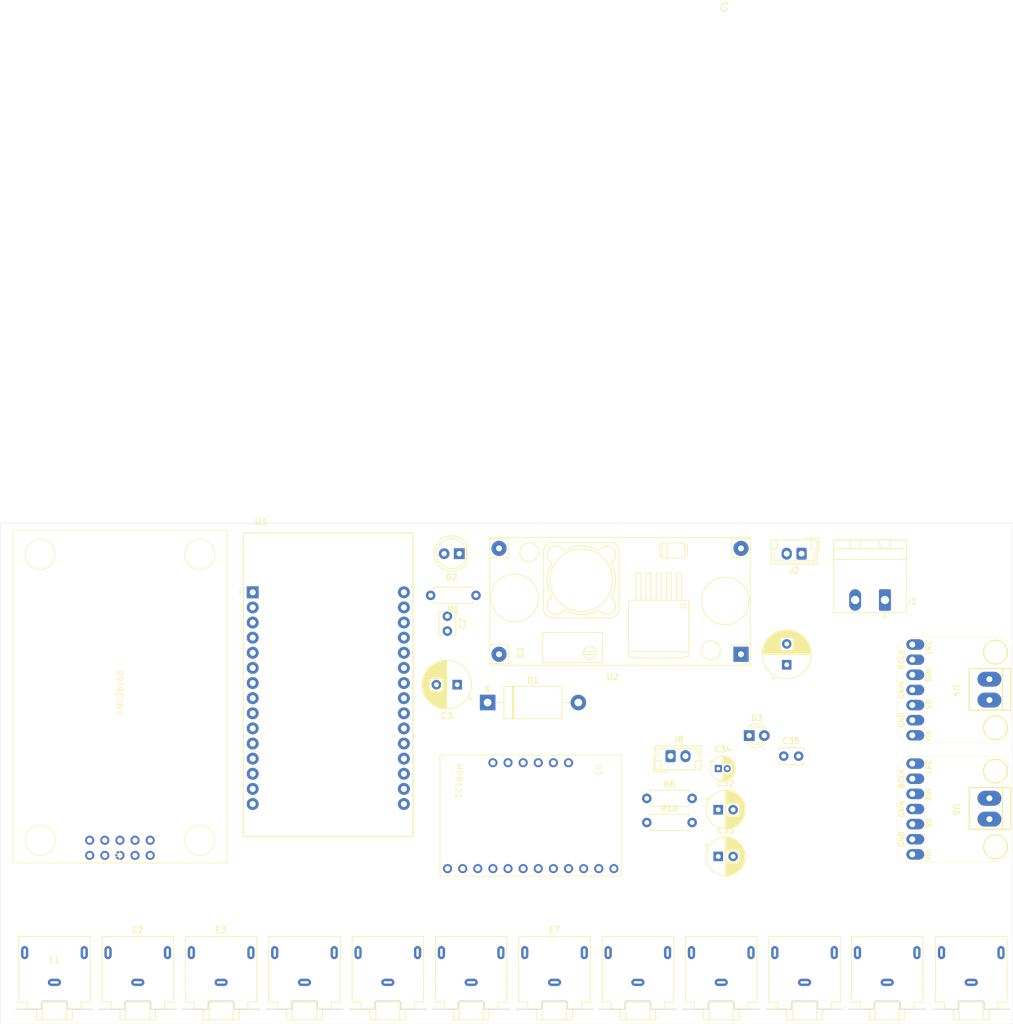
<source format=kicad_pcb>
(kicad_pcb (version 20240108) (generator "pcbnew") (generator_version "8.0")
  (layers (0 "F.Cu" signal) (31 "B.Cu" signal) (34 "B.Paste" user) (35 "F.Paste" user) (36 "B.SilkS" user "B.Silkscreen") (37 "F.SilkS" user "F.Silkscreen") (38 "B.Mask" user) (39 "F.Mask" user) (44 "Edge.Cuts" user))
  (net 0 "")
  (net 1 "GNDA")
  (net 2 "+12V")
  (net 3 "+5V")
  (net 4 "GND")
  (net 5 "Net-(D1-A)")
  (net 6 "Net-(D2-K)")
  (net 7 "ELE0")
  (net 8 "+3.3V")
  (net 9 "ELE1")
  (net 10 "ELE2")
  (net 11 "ELE3")
  (net 12 "ELE4")
  (net 13 "ELE5")
  (net 14 "ELE6")
  (net 15 "ELE7")
  (net 16 "ELE8")
  (net 17 "ELE9")
  (net 18 "ELE10")
  (net 19 "ELE11")
  (net 21 "I2C_SDA")
  (net 22 "I2C_SCL")
  (net 23 "I2C_ADD")
  (net 24 "HSPI_CLK")
  (net 25 "VSPI_CS")
  (net 27 "VSPI_MOSI")
  (net 34 "HSPI_MOSI")
  (net 35 "HSPI_CS")
  (net 39 "VSPI_CLK")
  (net 40 "HSPI_MISO")
  (net 44 "VSPI_MISO")
  (net 47 "STATUS_LED")
  (net 53 "BTN1")
  (net 64 "Net-(D3-K)")
  (footprint "MPR121:MPR121" (layer "F.Cu") (at 140.43 82.11 -90)
    (property "Reference" "U1" (at 1.27 0 -90) (layer "F.SilkS") (effects (font (thickness 0.1))))
    (property "Value" "~")
    (fp_text user "MPR121" (at 0 24.13 -90) (layer "F.SilkS") (effects (font (thickness 0.1)) (justify left bottom)))
    (pad "1" thru_hole circle (at 0 5.08 270) (size 1.524 1.524) (drill 0.9) (layers "*.Cu" "*.Mask") (net 8 "+3.3V"))
    (pad "2" thru_hole circle (at 0 7.62 270) (size 1.524 1.524) (drill 0.9) (layers "*.Cu" "*.Mask"))
    (pad "3" thru_hole circle (at 0 10.16 270) (size 1.524 1.524) (drill 0.9) (layers "*.Cu" "*.Mask") (net 22 "I2C_SCL"))
    (pad "4" thru_hole circle (at 0 12.7 270) (size 1.524 1.524) (drill 0.9) (layers "*.Cu" "*.Mask") (net 21 "I2C_SDA"))
    (pad "5" thru_hole circle (at 0 15.24 270) (size 1.524 1.524) (drill 0.9) (layers "*.Cu" "*.Mask") (net 23 "I2C_ADD"))
    (pad "6" thru_hole circle (at 0 17.78 270) (size 1.524 1.524) (drill 0.9) (layers "*.Cu" "*.Mask") (net 4 "GND"))
    (pad "7" thru_hole circle (at 17.78 25.4 270) (size 1.524 1.524) (drill 0.9) (layers "*.Cu" "*.Mask") (net 7 "ELE0"))
    (pad "8" thru_hole circle (at 17.78 22.86 270) (size 1.524 1.524) (drill 0.9) (layers "*.Cu" "*.Mask") (net 9 "ELE1"))
    (pad "9" thru_hole circle (at 17.78 20.32 270) (size 1.524 1.524) (drill 0.9) (layers "*.Cu" "*.Mask") (net 10 "ELE2"))
    (pad "10" thru_hole circle (at 17.78 17.78 270) (size 1.524 1.524) (drill 0.9) (layers "*.Cu" "*.Mask") (net 11 "ELE3"))
    (pad "11" thru_hole circle (at 17.78 15.24 270) (size 1.524 1.524) (drill 0.9) (layers "*.Cu" "*.Mask") (net 12 "ELE4"))
    (pad "12" thru_hole circle (at 17.78 12.7 270) (size 1.524 1.524) (drill 0.9) (layers "*.Cu" "*.Mask") (net 13 "ELE5"))
    (pad "13" thru_hole circle (at 17.78 10.16 270) (size 1.524 1.524) (drill 0.9) (layers "*.Cu" "*.Mask") (net 14 "ELE6"))
    (pad "14" thru_hole circle (at 17.78 7.62 270) (size 1.524 1.524) (drill 0.9) (layers "*.Cu" "*.Mask") (net 15 "ELE7"))
    (pad "15" thru_hole circle (at 17.78 5.08 270) (size 1.524 1.524) (drill 0.9) (layers "*.Cu" "*.Mask") (net 16 "ELE8"))
    (pad "16" thru_hole circle (at 17.78 2.54 270) (size 1.524 1.524) (drill 0.9) (layers "*.Cu" "*.Mask") (net 17 "ELE9"))
    (pad "17" thru_hole circle (at 17.78 0 270) (size 1.524 1.524) (drill 0.9) (layers "*.Cu" "*.Mask") (net 18 "ELE10"))
    (pad "18" thru_hole circle (at 17.78 -2.54 270) (size 1.524 1.524) (drill 0.9) (layers "*.Cu" "*.Mask") (net 19 "ELE11"))
  )
  (footprint "Capacitor_THT:C_Disc_D3.8mm_W2.6mm_P2.50mm" (layer "F.Cu") (at 171.5 81)
    (property "Reference" "C35" (at 1.25 -2.55 0) (layer "F.SilkS"))
    (property "Value" "100n")
    (pad "1" thru_hole circle (at 0 0) (size 1.6 1.6) (drill 0.8) (layers "*.Cu" "*.Mask") (net 8 "+3.3V"))
    (pad "2" thru_hole circle (at 2.5 0) (size 1.6 1.6) (drill 0.8) (layers "*.Cu" "*.Mask") (net 4 "GND"))
  )
  (footprint "Resistor_THT:R_Axial_DIN0207_L6.3mm_D2.5mm_P7.62mm_Horizontal" (layer "F.Cu") (at 119.81 54 180)
    (property "Reference" "R1" (at 3.81 -2.37 0) (layer "F.SilkS"))
    (property "Value" "1k")
    (pad "1" thru_hole circle (at 0 0 180) (size 1.6 1.6) (drill 0.8) (layers "*.Cu" "*.Mask") (net 6 "Net-(D2-K)"))
    (pad "2" thru_hole oval (at 7.62 0 180) (size 1.6 1.6) (drill 0.8) (layers "*.Cu" "*.Mask") (net 4 "GND"))
  )
  (footprint "Capacitor_THT:CP_Radial_D8.0mm_P3.50mm" (layer "F.Cu") (at 172 65.652651 90)
    (property "Reference" "C1" (at 110.545 -10.5 90) (layer "F.SilkS"))
    (property "Value" "330u")
    (pad "1" thru_hole rect (at 0 0 90) (size 1.6 1.6) (drill 0.8) (layers "*.Cu" "*.Mask") (net 2 "+12V"))
    (pad "2" thru_hole circle (at 3.5 0 90) (size 1.6 1.6) (drill 0.8) (layers "*.Cu" "*.Mask") (net 1 "GNDA"))
  )
  (footprint "Capacitor_THT:CP_Radial_D6.3mm_P2.50mm" (layer "F.Cu") (at 160.5 97.85)
    (property "Reference" "C33" (at 1.25 -4.4 0) (layer "F.SilkS"))
    (property "Value" "100u")
    (pad "1" thru_hole rect (at 0 0) (size 1.6 1.6) (drill 0.8) (layers "*.Cu" "*.Mask") (net 8 "+3.3V"))
    (pad "2" thru_hole circle (at 2.5 0) (size 1.6 1.6) (drill 0.8) (layers "*.Cu" "*.Mask") (net 4 "GND"))
  )
  (footprint "Connector_JST:JST_EH_B2B-EH-A_1x02_P2.50mm_Vertical" (layer "F.Cu") (at 174.5 47 180)
    (property "Reference" "J2" (at 1.25 -2.8 180) (layer "F.SilkS"))
    (property "Value" "Conn_01x02")
    (pad "1" thru_hole roundrect (at 0 0 180) (size 1.7 2) (drill 1) (layers "*.Cu" "*.Mask") (roundrect_rratio 0.147059) (net 3 "+5V"))
    (pad "2" thru_hole oval (at 2.5 0 180) (size 1.7 2) (drill 1) (layers "*.Cu" "*.Mask") (net 4 "GND"))
  )
  (footprint "Connector_Audio:Jack_3.5mm_CUI_SJ1-3523N_Horizontal" (layer "F.Cu") (at 161 119)
    (property "Reference" "E9" (hide yes))
    (property "Value" "AudioJack3" (hide yes))
    (fp_line (start -2.2 3.5) (end -2.2 4.5) (stroke (width 0.12)) (layer "Edge.Cuts"))
    (fp_line (start -2.2 4.5) (end -6.5 4.5) (stroke (width 0.12)) (layer "Edge.Cuts"))
    (fp_line (start 1.8 3.1) (end -1.8 3.1) (stroke (width 0.12)) (layer "Edge.Cuts"))
    (fp_line (start 2.2 3.5) (end 2.2 4.5) (stroke (width 0.12)) (layer "Edge.Cuts"))
    (fp_line (start 2.2 4.5) (end 6.5 4.5) (stroke (width 0.12)) (layer "Edge.Cuts"))
    (fp_arc (start -2.2 3.5) (mid -2.082842 3.217158) (end -1.8 3.1) (stroke (width 0.12)) (layer "Edge.Cuts"))
    (fp_arc (start 1.8 3.1) (mid 2.082843 3.217157) (end 2.2 3.5) (stroke (width 0.12)) (layer "Edge.Cuts"))
    (pad "" np_thru_hole circle (at -5 0) (size 1.2 1.2) (drill 1.2) (layers "F&B.Cu" "*.Mask"))
    (pad "" np_thru_hole circle (at -5 2.5) (size 1.2 1.2) (drill 1.2) (layers "F&B.Cu" "*.Mask"))
    (pad "" np_thru_hole circle (at 0 -5) (size 1.2 1.2) (drill 1.2) (layers "F&B.Cu" "*.Mask"))
    (pad "" np_thru_hole circle (at 5 0) (size 1.2 1.2) (drill 1.2) (layers "F&B.Cu" "*.Mask"))
    (pad "" np_thru_hole circle (at 5 2.5) (size 1.2 1.2) (drill 1.2) (layers "F&B.Cu" "*.Mask"))
    (pad "R" thru_hole oval (at -5 -5) (size 1.2 2.2) (drill oval 0.4 1.4) (layers "*.Cu" "*.Mask") (net 8 "+3.3V"))
    (pad "S" thru_hole oval (at 0 0) (size 2.2 1.2) (drill oval 1.4 0.4) (layers "*.Cu" "*.Mask") (net 4 "GND"))
    (pad "T" thru_hole oval (at 5 -5 180) (size 1.2 2.2) (drill oval 0.4 1.4) (layers "*.Cu" "*.Mask") (net 16 "ELE8"))
  )
  (footprint "ESP32-DEVKIT-V1:MODULE_ESP32_DEVKIT_V1" (layer "F.Cu") (at 95 69)
    (property "Reference" "U3" (at -11.355 -27.36 0) (layer "F.SilkS"))
    (property "Value" "ESP32-DEVKIT-V1")
    (pad "" np_thru_hole circle (at -12.28 -23.475) (size 3 3) (drill 3) (layers "*.Cu" "*.Mask"))
    (pad "" np_thru_hole circle (at -12.28 23.475) (size 3 3) (drill 3) (layers "*.Cu" "*.Mask"))
    (pad "" np_thru_hole circle (at 12.23 -23.475) (size 3 3) (drill 3) (layers "*.Cu" "*.Mask"))
    (pad "" np_thru_hole circle (at 12.23 23.475) (size 3 3) (drill 3) (layers "*.Cu" "*.Mask"))
    (pad "1" thru_hole rect (at -12.7 -15.515) (size 2 2) (drill 1.02) (layers "*.Cu" "*.Mask") (net 8 "+3.3V"))
    (pad "2" thru_hole circle (at -12.7 -12.975) (size 2 2) (drill 1.02) (layers "*.Cu" "*.Mask") (net 4 "GND"))
    (pad "3" thru_hole circle (at -12.7 -10.435) (size 2 2) (drill 1.02) (layers "*.Cu" "*.Mask") (net 35 "HSPI_CS"))
    (pad "4" thru_hole circle (at -12.7 -7.895) (size 2 2) (drill 1.02) (layers "*.Cu" "*.Mask") (net 47 "STATUS_LED"))
    (pad "5" thru_hole circle (at -12.7 -5.355) (size 2 2) (drill 1.02) (layers "*.Cu" "*.Mask"))
    (pad "6" thru_hole circle (at -12.7 -2.815) (size 2 2) (drill 1.02) (layers "*.Cu" "*.Mask"))
    (pad "7" thru_hole circle (at -12.7 -0.275) (size 2 2) (drill 1.02) (layers "*.Cu" "*.Mask"))
    (pad "8" thru_hole circle (at -12.7 2.265) (size 2 2) (drill 1.02) (layers "*.Cu" "*.Mask") (net 25 "VSPI_CS"))
    (pad "9" thru_hole circle (at -12.7 4.805) (size 2 2) (drill 1.02) (layers "*.Cu" "*.Mask") (net 39 "VSPI_CLK"))
    (pad "10" thru_hole circle (at -12.7 7.345) (size 2 2) (drill 1.02) (layers "*.Cu" "*.Mask") (net 44 "VSPI_MISO"))
    (pad "11" thru_hole circle (at -12.7 9.885) (size 2 2) (drill 1.02) (layers "*.Cu" "*.Mask") (net 21 "I2C_SDA"))
    (pad "12" thru_hole circle (at -12.7 12.425) (size 2 2) (drill 1.02) (layers "*.Cu" "*.Mask"))
    (pad "13" thru_hole circle (at -12.7 14.965) (size 2 2) (drill 1.02) (layers "*.Cu" "*.Mask"))
    (pad "14" thru_hole circle (at -12.7 17.505) (size 2 2) (drill 1.02) (layers "*.Cu" "*.Mask") (net 22 "I2C_SCL"))
    (pad "15" thru_hole circle (at -12.7 20.045) (size 2 2) (drill 1.02) (layers "*.Cu" "*.Mask") (net 27 "VSPI_MOSI"))
    (pad "16" thru_hole circle (at 12.7 20.045) (size 2 2) (drill 1.02) (layers "*.Cu" "*.Mask"))
    (pad "17" thru_hole circle (at 12.7 17.505) (size 2 2) (drill 1.02) (layers "*.Cu" "*.Mask"))
    (pad "18" thru_hole circle (at 12.7 14.965) (size 2 2) (drill 1.02) (layers "*.Cu" "*.Mask"))
    (pad "19" thru_hole circle (at 12.7 12.425) (size 2 2) (drill 1.02) (layers "*.Cu" "*.Mask"))
    (pad "20" thru_hole circle (at 12.7 9.885) (size 2 2) (drill 1.02) (layers "*.Cu" "*.Mask"))
    (pad "21" thru_hole circle (at 12.7 7.345) (size 2 2) (drill 1.02) (layers "*.Cu" "*.Mask"))
    (pad "22" thru_hole circle (at 12.7 4.805) (size 2 2) (drill 1.02) (layers "*.Cu" "*.Mask"))
    (pad "23" thru_hole circle (at 12.7 2.265) (size 2 2) (drill 1.02) (layers "*.Cu" "*.Mask"))
    (pad "24" thru_hole circle (at 12.7 -0.275) (size 2 2) (drill 1.02) (layers "*.Cu" "*.Mask"))
    (pad "25" thru_hole circle (at 12.7 -2.815) (size 2 2) (drill 1.02) (layers "*.Cu" "*.Mask"))
    (pad "26" thru_hole circle (at 12.7 -5.355) (size 2 2) (drill 1.02) (layers "*.Cu" "*.Mask") (net 24 "HSPI_CLK"))
    (pad "27" thru_hole circle (at 12.7 -7.895) (size 2 2) (drill 1.02) (layers "*.Cu" "*.Mask") (net 40 "HSPI_MISO"))
    (pad "28" thru_hole circle (at 12.7 -10.435) (size 2 2) (drill 1.02) (layers "*.Cu" "*.Mask") (net 34 "HSPI_MOSI"))
    (pad "29" thru_hole circle (at 12.7 -12.975) (size 2 2) (drill 1.02) (layers "*.Cu" "*.Mask") (net 4 "GND"))
    (pad "30" thru_hole circle (at 12.7 -15.515) (size 2 2) (drill 1.02) (layers "*.Cu" "*.Mask") (net 3 "+5V"))
  )
  (footprint "Resistor_THT:R_Axial_DIN0207_L6.3mm_D2.5mm_P7.62mm_Horizontal" (layer "F.Cu") (at 148.494759 88.1)
    (property "Reference" "R6" (at 3.81 -2.37 0) (layer "F.SilkS"))
    (property "Value" "10k")
    (pad "1" thru_hole circle (at 0 0) (size 1.6 1.6) (drill 0.8) (layers "*.Cu" "*.Mask") (net 53 "BTN1"))
    (pad "2" thru_hole oval (at 7.62 0) (size 1.6 1.6) (drill 0.8) (layers "*.Cu" "*.Mask") (net 4 "GND"))
  )
  (footprint "Connector_Audio:Jack_3.5mm_CUI_SJ1-3523N_Horizontal" (layer "F.Cu") (at 91 119)
    (property "Reference" "E4" (hide yes))
    (property "Value" "AudioJack3")
    (fp_line (start -2.2 3.5) (end -2.2 4.5) (stroke (width 0.12)) (layer "Edge.Cuts"))
    (fp_line (start -2.2 4.5) (end -6.5 4.5) (stroke (width 0.12)) (layer "Edge.Cuts"))
    (fp_line (start 1.8 3.1) (end -1.8 3.1) (stroke (width 0.12)) (layer "Edge.Cuts"))
    (fp_line (start 2.2 3.5) (end 2.2 4.5) (stroke (width 0.12)) (layer "Edge.Cuts"))
    (fp_line (start 2.2 4.5) (end 6.5 4.5) (stroke (width 0.12)) (layer "Edge.Cuts"))
    (fp_arc (start -2.2 3.5) (mid -2.082842 3.217158) (end -1.8 3.1) (stroke (width 0.12)) (layer "Edge.Cuts"))
    (fp_arc (start 1.8 3.1) (mid 2.082843 3.217157) (end 2.2 3.5) (stroke (width 0.12)) (layer "Edge.Cuts"))
    (pad "" np_thru_hole circle (at -5 0) (size 1.2 1.2) (drill 1.2) (layers "F&B.Cu" "*.Mask"))
    (pad "" np_thru_hole circle (at -5 2.5) (size 1.2 1.2) (drill 1.2) (layers "F&B.Cu" "*.Mask"))
    (pad "" np_thru_hole circle (at 0 -5) (size 1.2 1.2) (drill 1.2) (layers "F&B.Cu" "*.Mask"))
    (pad "" np_thru_hole circle (at 5 0) (size 1.2 1.2) (drill 1.2) (layers "F&B.Cu" "*.Mask"))
    (pad "" np_thru_hole circle (at 5 2.5) (size 1.2 1.2) (drill 1.2) (layers "F&B.Cu" "*.Mask"))
    (pad "R" thru_hole oval (at -5 -5) (size 1.2 2.2) (drill oval 0.4 1.4) (layers "*.Cu" "*.Mask") (net 8 "+3.3V"))
    (pad "S" thru_hole oval (at 0 0) (size 2.2 1.2) (drill oval 1.4 0.4) (layers "*.Cu" "*.Mask") (net 4 "GND"))
    (pad "T" thru_hole oval (at 5 -5 180) (size 1.2 2.2) (drill oval 0.4 1.4) (layers "*.Cu" "*.Mask") (net 11 "ELE3"))
  )
  (footprint "yaaj_dcdc_stepdown_lm2596:YAAJ_DCDC_StepDown_LM2596" (layer "F.Cu") (at 164.32 63.89 180)
    (property "Reference" "U2" (at 21.59 -3.81 0) (layer "F.SilkS"))
    (property "Value" "LM2596")
    (pad "1" thru_hole rect (at 0 0 180) (size 2.54 2.54) (drill 1) (layers "*.Cu" "*.Mask") (net 2 "+12V"))
    (pad "2" thru_hole circle (at 0 17.78 180) (size 2.54 2.54) (drill 1) (layers "*.Cu" "*.Mask") (net 1 "GNDA"))
    (pad "3" thru_hole circle (at 40.64 17.78 180) (size 2.54 2.54) (drill 1) (layers "*.Cu" "*.Mask") (net 4 "GND"))
    (pad "4" thru_hole circle (at 40.64 0 180) (size 2.54 2.54) (drill 1) (layers "*.Cu" "*.Mask") (net 5 "Net-(D1-A)"))
  )
  (footprint "Connector_Audio:Jack_3.5mm_CUI_SJ1-3523N_Horizontal" (layer "F.Cu") (at 133 119)
    (property "Reference" "E7" (at 0 -8.8 0) (layer "F.SilkS"))
    (property "Value" "AudioJack3" (hide yes))
    (fp_line (start -2.2 3.5) (end -2.2 4.5) (stroke (width 0.12)) (layer "Edge.Cuts"))
    (fp_line (start -2.2 4.5) (end -6.5 4.5) (stroke (width 0.12)) (layer "Edge.Cuts"))
    (fp_line (start 1.8 3.1) (end -1.8 3.1) (stroke (width 0.12)) (layer "Edge.Cuts"))
    (fp_line (start 2.2 3.5) (end 2.2 4.5) (stroke (width 0.12)) (layer "Edge.Cuts"))
    (fp_line (start 2.2 4.5) (end 6.5 4.5) (stroke (width 0.12)) (layer "Edge.Cuts"))
    (fp_arc (start -2.2 3.5) (mid -2.082842 3.217158) (end -1.8 3.1) (stroke (width 0.12)) (layer "Edge.Cuts"))
    (fp_arc (start 1.8 3.1) (mid 2.082843 3.217157) (end 2.2 3.5) (stroke (width 0.12)) (layer "Edge.Cuts"))
    (pad "" np_thru_hole circle (at -5 0) (size 1.2 1.2) (drill 1.2) (layers "F&B.Cu" "*.Mask"))
    (pad "" np_thru_hole circle (at -5 2.5) (size 1.2 1.2) (drill 1.2) (layers "F&B.Cu" "*.Mask"))
    (pad "" np_thru_hole circle (at 0 -5) (size 1.2 1.2) (drill 1.2) (layers "F&B.Cu" "*.Mask"))
    (pad "" np_thru_hole circle (at 5 0) (size 1.2 1.2) (drill 1.2) (layers "F&B.Cu" "*.Mask"))
    (pad "" np_thru_hole circle (at 5 2.5) (size 1.2 1.2) (drill 1.2) (layers "F&B.Cu" "*.Mask"))
    (pad "R" thru_hole oval (at -5 -5) (size 1.2 2.2) (drill oval 0.4 1.4) (layers "*.Cu" "*.Mask") (net 8 "+3.3V"))
    (pad "S" thru_hole oval (at 0 0) (size 2.2 1.2) (drill oval 1.4 0.4) (layers "*.Cu" "*.Mask") (net 4 "GND"))
    (pad "T" thru_hole oval (at 5 -5 180) (size 1.2 2.2) (drill oval 0.4 1.4) (layers "*.Cu" "*.Mask") (net 14 "ELE6"))
  )
  (footprint "Connector_Audio:Jack_3.5mm_CUI_SJ1-3523N_Horizontal" (layer "F.Cu") (at 105 119)
    (property "Reference" "E5" (hide yes))
    (property "Value" "AudioJack3" (hide yes))
    (fp_line (start -2.2 3.5) (end -2.2 4.5) (stroke (width 0.12)) (layer "Edge.Cuts"))
    (fp_line (start -2.2 4.5) (end -6.5 4.5) (stroke (width 0.12)) (layer "Edge.Cuts"))
    (fp_line (start 1.8 3.1) (end -1.8 3.1) (stroke (width 0.12)) (layer "Edge.Cuts"))
    (fp_line (start 2.2 3.5) (end 2.2 4.5) (stroke (width 0.12)) (layer "Edge.Cuts"))
    (fp_line (start 2.2 4.5) (end 6.5 4.5) (stroke (width 0.12)) (layer "Edge.Cuts"))
    (fp_arc (start -2.2 3.5) (mid -2.082842 3.217158) (end -1.8 3.1) (stroke (width 0.12)) (layer "Edge.Cuts"))
    (fp_arc (start 1.8 3.1) (mid 2.082843 3.217157) (end 2.2 3.5) (stroke (width 0.12)) (layer "Edge.Cuts"))
    (pad "" np_thru_hole circle (at -5 0) (size 1.2 1.2) (drill 1.2) (layers "F&B.Cu" "*.Mask"))
    (pad "" np_thru_hole circle (at -5 2.5) (size 1.2 1.2) (drill 1.2) (layers "F&B.Cu" "*.Mask"))
    (pad "" np_thru_hole circle (at 0 -5) (size 1.2 1.2) (drill 1.2) (layers "F&B.Cu" "*.Mask"))
    (pad "" np_thru_hole circle (at 5 0) (size 1.2 1.2) (drill 1.2) (layers "F&B.Cu" "*.Mask"))
    (pad "" np_thru_hole circle (at 5 2.5) (size 1.2 1.2) (drill 1.2) (layers "F&B.Cu" "*.Mask"))
    (pad "R" thru_hole oval (at -5 -5) (size 1.2 2.2) (drill oval 0.4 1.4) (layers "*.Cu" "*.Mask") (net 8 "+3.3V"))
    (pad "S" thru_hole oval (at 0 0) (size 2.2 1.2) (drill oval 1.4 0.4) (layers "*.Cu" "*.Mask") (net 4 "GND"))
    (pad "T" thru_hole oval (at 5 -5 180) (size 1.2 2.2) (drill oval 0.4 1.4) (layers "*.Cu" "*.Mask") (net 12 "ELE4"))
  )
  (footprint "Connector_Audio:Jack_3.5mm_CUI_SJ1-3523N_Horizontal" (layer "F.Cu") (at 175 119)
    (property "Reference" "E10" (hide yes))
    (property "Value" "AudioJack3" (hide yes))
    (fp_line (start -2.2 3.5) (end -2.2 4.5) (stroke (width 0.12)) (layer "Edge.Cuts"))
    (fp_line (start -2.2 4.5) (end -6.5 4.5) (stroke (width 0.12)) (layer "Edge.Cuts"))
    (fp_line (start 1.8 3.1) (end -1.8 3.1) (stroke (width 0.12)) (layer "Edge.Cuts"))
    (fp_line (start 2.2 3.5) (end 2.2 4.5) (stroke (width 0.12)) (layer "Edge.Cuts"))
    (fp_line (start 2.2 4.5) (end 6.5 4.5) (stroke (width 0.12)) (layer "Edge.Cuts"))
    (fp_arc (start -2.2 3.5) (mid -2.082842 3.217158) (end -1.8 3.1) (stroke (width 0.12)) (layer "Edge.Cuts"))
    (fp_arc (start 1.8 3.1) (mid 2.082843 3.217157) (end 2.2 3.5) (stroke (width 0.12)) (layer "Edge.Cuts"))
    (pad "" np_thru_hole circle (at -5 0) (size 1.2 1.2) (drill 1.2) (layers "F&B.Cu" "*.Mask"))
    (pad "" np_thru_hole circle (at -5 2.5) (size 1.2 1.2) (drill 1.2) (layers "F&B.Cu" "*.Mask"))
    (pad "" np_thru_hole circle (at 0 -5) (size 1.2 1.2) (drill 1.2) (layers "F&B.Cu" "*.Mask"))
    (pad "" np_thru_hole circle (at 5 0) (size 1.2 1.2) (drill 1.2) (layers "F&B.Cu" "*.Mask"))
    (pad "" np_thru_hole circle (at 5 2.5) (size 1.2 1.2) (drill 1.2) (layers "F&B.Cu" "*.Mask"))
    (pad "R" thru_hole oval (at -5 -5) (size 1.2 2.2) (drill oval 0.4 1.4) (layers "*.Cu" "*.Mask") (net 8 "+3.3V"))
    (pad "S" thru_hole oval (at 0 0) (size 2.2 1.2) (drill oval 1.4 0.4) (layers "*.Cu" "*.Mask") (net 4 "GND"))
    (pad "T" thru_hole oval (at 5 -5 180) (size 1.2 2.2) (drill oval 0.4 1.4) (layers "*.Cu" "*.Mask") (net 17 "ELE9"))
  )
  (footprint "Resistor_THT:R_Axial_DIN0207_L6.3mm_D2.5mm_P7.62mm_Horizontal" (layer "F.Cu") (at 148.494759 92.15)
    (property "Reference" "R10" (at 3.81 -2.37 0) (layer "F.SilkS"))
    (property "Value" "220")
    (pad "1" thru_hole circle (at 0 0) (size 1.6 1.6) (drill 0.8) (layers "*.Cu" "*.Mask") (net 64 "Net-(D3-K)"))
    (pad "2" thru_hole oval (at 7.62 0) (size 1.6 1.6) (drill 0.8) (layers "*.Cu" "*.Mask") (net 4 "GND"))
  )
  (footprint "adafruit-MAX98357:adafruit-MAX98357" (layer "F.Cu") (at 200 70 -90)
    (property "Reference" "U4" (at 0 -0.5 -90) (layer "F.SilkS"))
    (property "Value" "adafruit-MAX98357")
    (fp_text user "SD" (at 2.293 4.185 90) (layer "F.SilkS") (effects (font (size 0.8636 0.8636) (thickness 0.1524))))
    (fp_text user "Vin" (at 7.627 4.185 90) (layer "F.SilkS") (effects (font (size 0.8636 0.8636) (thickness 0.1524))))
    (fp_text user "BCLK" (at -5.2 8.685 90) (layer "F.SilkS") (effects (font (size 0.8636 0.8636) (thickness 0.1524))))
    (fp_text user "LRC" (at -7.232 4.185 90) (layer "F.SilkS") (effects (font (size 0.8636 0.8636) (thickness 0.1524))))
    (fp_text user "DIN" (at -2.533 4.185 90) (layer "F.SilkS") (effects (font (size 0.8636 0.8636) (thickness 0.1524))))
    (fp_text user "GAIN" (at -0.12 8.685 90) (layer "F.SilkS") (effects (font (size 0.8636 0.8636) (thickness 0.1524))))
    (fp_text user "GND" (at 4.96 8.685 90) (layer "F.SilkS") (effects (font (size 0.8636 0.8636) (thickness 0.1524))))
    (pad "1" thru_hole oval (at 7.5 6.907 180) (size 3 1.75) (drill 1 (offset -0.5 0)) (layers "*.Cu" "*.Mask"))
    (pad "2" thru_hole oval (at 4.96 6.907 180) (size 3 1.75) (drill 1 (offset -0.5 0)) (layers "*.Cu" "*.Mask") (net 4 "GND"))
    (pad "3" thru_hole oval (at 2.42 6.907 180) (size 3 1.75) (drill 1 (offset -0.5 0)) (layers "*.Cu" "*.Mask"))
    (pad "4" thru_hole oval (at -0.12 6.907 180) (size 3 1.75) (drill 1 (offset -0.5 0)) (layers "*.Cu" "*.Mask"))
    (pad "5" thru_hole oval (at -2.66 6.907 180) (size 3 1.75) (drill 1 (offset -0.5 0)) (layers "*.Cu" "*.Mask"))
    (pad "6" thru_hole oval (at -5.2 6.907 180) (size 3 1.75) (drill 1 (offset -0.5 0)) (layers "*.Cu" "*.Mask"))
    (pad "7" thru_hole oval (at -7.74 6.907 180) (size 3 1.75) (drill 1 (offset -0.5 0)) (layers "*.Cu" "*.Mask"))
    (pad "8" thru_hole oval (at -1.92 -6.047 90) (size 2.5 4) (drill 1) (layers "*.Cu" "*.Mask"))
    (pad "9" thru_hole oval (at 1.58 -6.047 90) (size 2.5 4) (drill 1) (layers "*.Cu" "*.Mask"))
  )
  (footprint "adafruit-MAX98357:adafruit-MAX98357" (layer "F.Cu") (at 200 90 -90)
    (property "Reference" "U5" (at 0 -0.5 -90) (layer "F.SilkS"))
    (property "Value" "adafruit-MAX98357")
    (fp_text user "SD" (at 2.293 4.185 90) (layer "F.SilkS") (effects (font (size 0.8636 0.8636) (thickness 0.1524))))
    (fp_text user "DIN" (at -2.533 4.185 90) (layer "F.SilkS") (effects (font (size 0.8636 0.8636) (thickness 0.1524))))
    (fp_text user "GND" (at 4.96 8.685 90) (layer "F.SilkS") (effects (font (size 0.8636 0.8636) (thickness 0.1524))))
    (fp_text user "Vin" (at 7.627 4.185 90) (layer "F.SilkS") (effects (font (size 0.8636 0.8636) (thickness 0.1524))))
    (fp_text user "GAIN" (at -0.12 8.685 90) (layer "F.SilkS") (effects (font (size 0.8636 0.8636) (thickness 0.1524))))
    (fp_text user "LRC" (at -7.232 4.185 90) (layer "F.SilkS") (effects (font (size 0.8636 0.8636) (thickness 0.1524))))
    (fp_text user "BCLK" (at -5.2 8.685 90) (layer "F.SilkS") (effects (font (size 0.8636 0.8636) (thickness 0.1524))))
    (pad "1" thru_hole oval (at 7.5 6.907 180) (size 3 1.75) (drill 1 (offset -0.5 0)) (layers "*.Cu" "*.Mask"))
    (pad "2" thru_hole oval (at 4.96 6.907 180) (size 3 1.75) (drill 1 (offset -0.5 0)) (layers "*.Cu" "*.Mask") (net 4 "GND"))
    (pad "3" thru_hole oval (at 2.42 6.907 180) (size 3 1.75) (drill 1 (offset -0.5 0)) (layers "*.Cu" "*.Mask"))
    (pad "4" thru_hole oval (at -0.12 6.907 180) (size 3 1.75) (drill 1 (offset -0.5 0)) (layers "*.Cu" "*.Mask"))
    (pad "5" thru_hole oval (at -2.66 6.907 180) (size 3 1.75) (drill 1 (offset -0.5 0)) (layers "*.Cu" "*.Mask"))
    (pad "6" thru_hole oval (at -5.2 6.907 180) (size 3 1.75) (drill 1 (offset -0.5 0)) (layers "*.Cu" "*.Mask"))
    (pad "7" thru_hole oval (at -7.74 6.907 180) (size 3 1.75) (drill 1 (offset -0.5 0)) (layers "*.Cu" "*.Mask"))
    (pad "8" thru_hole oval (at -1.92 -6.047 90) (size 2.5 4) (drill 1) (layers "*.Cu" "*.Mask"))
    (pad "9" thru_hole oval (at 1.58 -6.047 90) (size 2.5 4) (drill 1) (layers "*.Cu" "*.Mask"))
  )
  (footprint "Connector_Audio:Jack_3.5mm_CUI_SJ1-3523N_Horizontal" (layer "F.Cu") (at 119 119)
    (property "Reference" "E6" (hide yes))
    (property "Value" "AudioJack3")
    (fp_line (start -2.2 3.5) (end -2.2 4.5) (stroke (width 0.12)) (layer "Edge.Cuts"))
    (fp_line (start -2.2 4.5) (end -6.5 4.5) (stroke (width 0.12)) (layer "Edge.Cuts"))
    (fp_line (start 1.8 3.1) (end -1.8 3.1) (stroke (width 0.12)) (layer "Edge.Cuts"))
    (fp_line (start 2.2 3.5) (end 2.2 4.5) (stroke (width 0.12)) (layer "Edge.Cuts"))
    (fp_line (start 2.2 4.5) (end 6.5 4.5) (stroke (width 0.12)) (layer "Edge.Cuts"))
    (fp_arc (start -2.2 3.5) (mid -2.082842 3.217158) (end -1.8 3.1) (stroke (width 0.12)) (layer "Edge.Cuts"))
    (fp_arc (start 1.8 3.1) (mid 2.082843 3.217157) (end 2.2 3.5) (stroke (width 0.12)) (layer "Edge.Cuts"))
    (pad "" np_thru_hole circle (at -5 0) (size 1.2 1.2) (drill 1.2) (layers "F&B.Cu" "*.Mask"))
    (pad "" np_thru_hole circle (at -5 2.5) (size 1.2 1.2) (drill 1.2) (layers "F&B.Cu" "*.Mask"))
    (pad "" np_thru_hole circle (at 0 -5) (size 1.2 1.2) (drill 1.2) (layers "F&B.Cu" "*.Mask"))
    (pad "" np_thru_hole circle (at 5 0) (size 1.2 1.2) (drill 1.2) (layers "F&B.Cu" "*.Mask"))
    (pad "" np_thru_hole circle (at 5 2.5) (size 1.2 1.2) (drill 1.2) (layers "F&B.Cu" "*.Mask"))
    (pad "R" thru_hole oval (at -5 -5) (size 1.2 2.2) (drill oval 0.4 1.4) (layers "*.Cu" "*.Mask") (net 8 "+3.3V"))
    (pad "S" thru_hole oval (at 0 0) (size 2.2 1.2) (drill oval 1.4 0.4) (layers "*.Cu" "*.Mask") (net 4 "GND"))
    (pad "T" thru_hole oval (at 5 -5 180) (size 1.2 2.2) (drill oval 0.4 1.4) (layers "*.Cu" "*.Mask") (net 13 "ELE5"))
  )
  (footprint "Connector_Audio:Jack_3.5mm_CUI_SJ1-3523N_Horizontal" (layer "F.Cu") (at 188.88 119)
    (property "Reference" "E11" (hide yes))
    (property "Value" "AudioJack3" (hide yes))
    (fp_line (start -2.2 3.5) (end -2.2 4.5) (stroke (width 0.12)) (layer "Edge.Cuts"))
    (fp_line (start -2.2 4.5) (end -6.5 4.5) (stroke (width 0.12)) (layer "Edge.Cuts"))
    (fp_line (start 1.8 3.1) (end -1.8 3.1) (stroke (width 0.12)) (layer "Edge.Cuts"))
    (fp_line (start 2.2 3.5) (end 2.2 4.5) (stroke (width 0.12)) (layer "Edge.Cuts"))
    (fp_line (start 2.2 4.5) (end 6.5 4.5) (stroke (width 0.12)) (layer "Edge.Cuts"))
    (fp_arc (start -2.2 3.5) (mid -2.082842 3.217158) (end -1.8 3.1) (stroke (width 0.12)) (layer "Edge.Cuts"))
    (fp_arc (start 1.8 3.1) (mid 2.082843 3.217157) (end 2.2 3.5) (stroke (width 0.12)) (layer "Edge.Cuts"))
    (pad "" np_thru_hole circle (at -5 0) (size 1.2 1.2) (drill 1.2) (layers "F&B.Cu" "*.Mask"))
    (pad "" np_thru_hole circle (at -5 2.5) (size 1.2 1.2) (drill 1.2) (layers "F&B.Cu" "*.Mask"))
    (pad "" np_thru_hole circle (at 0 -5) (size 1.2 1.2) (drill 1.2) (layers "F&B.Cu" "*.Mask"))
    (pad "" np_thru_hole circle (at 5 0) (size 1.2 1.2) (drill 1.2) (layers "F&B.Cu" "*.Mask"))
    (pad "" np_thru_hole circle (at 5 2.5) (size 1.2 1.2) (drill 1.2) (layers "F&B.Cu" "*.Mask"))
    (pad "R" thru_hole oval (at -5 -5) (size 1.2 2.2) (drill oval 0.4 1.4) (layers "*.Cu" "*.Mask") (net 8 "+3.3V"))
    (pad "S" thru_hole oval (at 0 0) (size 2.2 1.2) (drill oval 1.4 0.4) (layers "*.Cu" "*.Mask") (net 4 "GND"))
    (pad "T" thru_hole oval (at 5 -5 180) (size 1.2 2.2) (drill oval 0.4 1.4) (layers "*.Cu" "*.Mask") (net 18 "ELE10"))
  )
  (footprint "Connector_Phoenix_MSTB:PhoenixContact_MSTBA_2,5_2-G_1x02_P5.00mm_Horizontal" (layer "F.Cu") (at 188.5 54.7775 180)
    (property "Reference" "J1" (at -4.5 -0.2225 0) (layer "F.SilkS"))
    (property "Value" "Conn_01x02")
    (pad "1" thru_hole roundrect (at 0 0 180) (size 2 3.6) (drill 1.4) (layers "*.Cu" "*.Mask") (roundrect_rratio 0.125) (net 1 "GNDA"))
    (pad "2" thru_hole oval (at 5 0 180) (size 2 3.6) (drill 1.4) (layers "*.Cu" "*.Mask") (net 2 "+12V"))
  )
  (footprint "ENC28J60:ENC28J60" (layer "F.Cu") (at 60 97.67 90)
    (property "Reference" "U6" (at 0 -0.5 90) (layer "F.SilkS") (effects (font (thickness 0.1))))
    (property "Value" "~")
    (fp_text user "ENC28J60" (at 23.495 0.635 90) (layer "F.SilkS") (effects (font (thickness 0.1)) (justify left bottom)))
    (pad "" np_thru_hole circle (at 2.54 -13.4 90) (size 3 3) (drill 3) (layers "F&B.Cu" "*.Mask"))
    (pad "" np_thru_hole circle (at 2.54 13.4 90) (size 3 3) (drill 3) (layers "F&B.Cu" "*.Mask"))
    (pad "" np_thru_hole circle (at 50.54 -13.4 90) (size 3 3) (drill 3) (layers "F&B.Cu" "*.Mask"))
    (pad "" np_thru_hole circle (at 50.54 13.4 90) (size 3 3) (drill 3) (layers "F&B.Cu" "*.Mask"))
    (pad "1" thru_hole circle (at 0 -5.08 90) (size 1.524 1.524) (drill 0.9) (layers "*.Cu" "*.Mask"))
    (pad "2" thru_hole circle (at 0 -2.54 90) (size 1.524 1.524) (drill 0.9) (layers "*.Cu" "*.Mask"))
    (pad "3" thru_hole circle (at 0 0 90) (size 1.524 1.524) (drill 0.9) (layers "*.Cu" "*.Mask") (net 27 "VSPI_MOSI"))
    (pad "4" thru_hole circle (at 0 2.54 90) (size 1.524 1.524) (drill 0.9) (layers "*.Cu" "*.Mask") (net 25 "VSPI_CS"))
    (pad "5" thru_hole circle (at 0 5.08 90) (size 1.524 1.524) (drill 0.9) (layers "*.Cu" "*.Mask") (net 8 "+3.3V"))
    (pad "6" thru_hole circle (at 2.54 -5.08 90) (size 1.524 1.524) (drill 0.9) (layers "*.Cu" "*.Mask"))
    (pad "7" thru_hole circle (at 2.54 -2.54 90) (size 1.524 1.524) (drill 0.9) (layers "*.Cu" "*.Mask") (net 44 "VSPI_MISO"))
    (pad "8" thru_hole circle (at 2.54 0 90) (size 1.524 1.524) (drill 0.9) (layers "*.Cu" "*.Mask") (net 39 "VSPI_CLK"))
    (pad "9" thru_hole circle (at 2.54 2.54 90) (size 1.524 1.524) (drill 0.9) (layers "*.Cu" "*.Mask"))
    (pad "10" thru_hole circle (at 2.54 5.08 90) (size 1.524 1.524) (drill 0.9) (layers "*.Cu" "*.Mask") (net 4 "GND"))
  )
  (footprint "LED_THT:LED_D3.0mm" (layer "F.Cu") (at 165.7 77.55)
    (property "Reference" "D3" (at 1.27 -2.96 0) (layer "F.SilkS"))
    (property "Value" "LED")
    (pad "1" thru_hole rect (at 0 0) (size 1.8 1.8) (drill 0.9) (layers "*.Cu" "*.Mask") (net 64 "Net-(D3-K)"))
    (pad "2" thru_hole circle (at 2.54 0) (size 1.8 1.8) (drill 0.9) (layers "*.Cu" "*.Mask") (net 53 "BTN1"))
  )
  (footprint "Capacitor_THT:CP_Radial_D4.0mm_P1.50mm" (layer "F.Cu") (at 160.504801 83.1)
    (property "Reference" "C34" (at 0.75 -3.25 0) (layer "F.SilkS"))
    (property "Value" "10u")
    (pad "1" thru_hole rect (at 0 0) (size 1.2 1.2) (drill 0.6) (layers "*.Cu" "*.Mask") (net 8 "+3.3V"))
    (pad "2" thru_hole circle (at 1.5 0) (size 1.2 1.2) (drill 0.6) (layers "*.Cu" "*.Mask") (net 4 "GND"))
  )
  (footprint "Connector_Audio:Jack_3.5mm_CUI_SJ1-3523N_Horizontal" (layer "F.Cu") (at 147 119)
    (property "Reference" "E8" (hide yes))
    (property "Value" "AudioJack3" (hide yes))
    (fp_line (start -2.2 3.5) (end -2.2 4.5) (stroke (width 0.12)) (layer "Edge.Cuts"))
    (fp_line (start -2.2 4.5) (end -6.5 4.5) (stroke (width 0.12)) (layer "Edge.Cuts"))
    (fp_line (start 1.8 3.1) (end -1.8 3.1) (stroke (width 0.12)) (layer "Edge.Cuts"))
    (fp_line (start 2.2 3.5) (end 2.2 4.5) (stroke (width 0.12)) (layer "Edge.Cuts"))
    (fp_line (start 2.2 4.5) (end 6.5 4.5) (stroke (width 0.12)) (layer "Edge.Cuts"))
    (fp_arc (start -2.2 3.5) (mid -2.082842 3.217158) (end -1.8 3.1) (stroke (width 0.12)) (layer "Edge.Cuts"))
    (fp_arc (start 1.8 3.1) (mid 2.082843 3.217157) (end 2.2 3.5) (stroke (width 0.12)) (layer "Edge.Cuts"))
    (pad "" np_thru_hole circle (at -5 0) (size 1.2 1.2) (drill 1.2) (layers "F&B.Cu" "*.Mask"))
    (pad "" np_thru_hole circle (at -5 2.5) (size 1.2 1.2) (drill 1.2) (layers "F&B.Cu" "*.Mask"))
    (pad "" np_thru_hole circle (at 0 -5) (size 1.2 1.2) (drill 1.2) (layers "F&B.Cu" "*.Mask"))
    (pad "" np_thru_hole circle (at 5 0) (size 1.2 1.2) (drill 1.2) (layers "F&B.Cu" "*.Mask"))
    (pad "" np_thru_hole circle (at 5 2.5) (size 1.2 1.2) (drill 1.2) (layers "F&B.Cu" "*.Mask"))
    (pad "R" thru_hole oval (at -5 -5) (size 1.2 2.2) (drill oval 0.4 1.4) (layers "*.Cu" "*.Mask") (net 8 "+3.3V"))
    (pad "S" thru_hole oval (at 0 0) (size 2.2 1.2) (drill oval 1.4 0.4) (layers "*.Cu" "*.Mask") (net 4 "GND"))
    (pad "T" thru_hole oval (at 5 -5 180) (size 1.2 2.2) (drill oval 0.4 1.4) (layers "*.Cu" "*.Mask") (net 15 "ELE7"))
  )
  (footprint "Connector_JST:JST_EH_B2B-EH-A_1x02_P2.50mm_Vertical" (layer "F.Cu") (at 152.5 81)
    (property "Reference" "J8" (at 1.25 -2.8 0) (layer "F.SilkS"))
    (property "Value" "Conn_01x02")
    (pad "1" thru_hole roundrect (at 0 0) (size 1.7 2) (drill 1) (layers "*.Cu" "*.Mask") (roundrect_rratio 0.147059) (net 53 "BTN1"))
    (pad "2" thru_hole oval (at 2.5 0) (size 1.7 2) (drill 1) (layers "*.Cu" "*.Mask") (net 8 "+3.3V"))
  )
  (footprint "Capacitor_THT:CP_Radial_D6.3mm_P2.50mm" (layer "F.Cu") (at 160.5 90)
    (property "Reference" "C32" (at 1.25 -4.4 0) (layer "F.SilkS"))
    (property "Value" "100u")
    (pad "1" thru_hole rect (at 0 0) (size 1.6 1.6) (drill 0.8) (layers "*.Cu" "*.Mask") (net 8 "+3.3V"))
    (pad "2" thru_hole circle (at 2.5 0) (size 1.6 1.6) (drill 0.8) (layers "*.Cu" "*.Mask") (net 4 "GND"))
  )
  (footprint "Connector_Audio:Jack_3.5mm_CUI_SJ1-3523N_Horizontal" (layer "F.Cu") (at 203 119)
    (property "Reference" "E12" (hide yes))
    (property "Value" "AudioJack3" (hide yes))
    (fp_line (start -2.2 3.5) (end -2.2 4.5) (stroke (width 0.12)) (layer "Edge.Cuts"))
    (fp_line (start -2.2 4.5) (end -6.5 4.5) (stroke (width 0.12)) (layer "Edge.Cuts"))
    (fp_line (start 1.8 3.1) (end -1.8 3.1) (stroke (width 0.12)) (layer "Edge.Cuts"))
    (fp_line (start 2.2 3.5) (end 2.2 4.5) (stroke (width 0.12)) (layer "Edge.Cuts"))
    (fp_line (start 2.2 4.5) (end 6.5 4.5) (stroke (width 0.12)) (layer "Edge.Cuts"))
    (fp_arc (start -2.2 3.5) (mid -2.082842 3.217158) (end -1.8 3.1) (stroke (width 0.12)) (layer "Edge.Cuts"))
    (fp_arc (start 1.8 3.1) (mid 2.082843 3.217157) (end 2.2 3.5) (stroke (width 0.12)) (layer "Edge.Cuts"))
    (pad "" np_thru_hole circle (at -5 0) (size 1.2 1.2) (drill 1.2) (layers "F&B.Cu" "*.Mask"))
    (pad "" np_thru_hole circle (at -5 2.5) (size 1.2 1.2) (drill 1.2) (layers "F&B.Cu" "*.Mask"))
    (pad "" np_thru_hole circle (at 0 -5) (size 1.2 1.2) (drill 1.2) (layers "F&B.Cu" "*.Mask"))
    (pad "" np_thru_hole circle (at 5 0) (size 1.2 1.2) (drill 1.2) (layers "F&B.Cu" "*.Mask"))
    (pad "" np_thru_hole circle (at 5 2.5) (size 1.2 1.2) (drill 1.2) (layers "F&B.Cu" "*.Mask"))
    (pad "R" thru_hole oval (at -5 -5) (size 1.2 2.2) (drill oval 0.4 1.4) (layers "*.Cu" "*.Mask") (net 8 "+3.3V"))
    (pad "S" thru_hole oval (at 0 0) (size 2.2 1.2) (drill oval 1.4 0.4) (layers "*.Cu" "*.Mask") (net 4 "GND"))
    (pad "T" thru_hole oval (at 5 -5 180) (size 1.2 2.2) (drill oval 0.4 1.4) (layers "*.Cu" "*.Mask") (net 19 "ELE11"))
  )
  (footprint "Capacitor_THT:C_Disc_D3.8mm_W2.6mm_P2.50mm" (layer "F.Cu") (at 115 57.5 -90)
    (property "Reference" "C2" (at 1.25 -2.55 90) (layer "F.SilkS"))
    (property "Value" "100n")
    (pad "1" thru_hole circle (at 0 0 270) (size 1.6 1.6) (drill 0.8) (layers "*.Cu" "*.Mask") (net 3 "+5V"))
    (pad "2" thru_hole circle (at 2.5 0 270) (size 1.6 1.6) (drill 0.8) (layers "*.Cu" "*.Mask") (net 4 "GND"))
  )
  (footprint "Connector_Audio:Jack_3.5mm_CUI_SJ1-3523N_Horizontal" (layer "F.Cu") (at 63 119)
    (property "Reference" "E2" (at 0 -8.8 0) (layer "F.SilkS"))
    (property "Value" "AudioJack3")
    (fp_line (start -2.2 3.5) (end -2.2 4.5) (stroke (width 0.12)) (layer "Edge.Cuts"))
    (fp_line (start -2.2 4.5) (end -6.5 4.5) (stroke (width 0.12)) (layer "Edge.Cuts"))
    (fp_line (start 1.8 3.1) (end -1.8 3.1) (stroke (width 0.12)) (layer "Edge.Cuts"))
    (fp_line (start 2.2 3.5) (end 2.2 4.5) (stroke (width 0.12)) (layer "Edge.Cuts"))
    (fp_line (start 2.2 4.5) (end 6.5 4.5) (stroke (width 0.12)) (layer "Edge.Cuts"))
    (fp_arc (start -2.2 3.5) (mid -2.082842 3.217158) (end -1.8 3.1) (stroke (width 0.12)) (layer "Edge.Cuts"))
    (fp_arc (start 1.8 3.1) (mid 2.082843 3.217157) (end 2.2 3.5) (stroke (width 0.12)) (layer "Edge.Cuts"))
    (pad "" np_thru_hole circle (at -5 0) (size 1.2 1.2) (drill 1.2) (layers "F&B.Cu" "*.Mask"))
    (pad "" np_thru_hole circle (at -5 2.5) (size 1.2 1.2) (drill 1.2) (layers "F&B.Cu" "*.Mask"))
    (pad "" np_thru_hole circle (at 0 -5) (size 1.2 1.2) (drill 1.2) (layers "F&B.Cu" "*.Mask"))
    (pad "" np_thru_hole circle (at 5 0) (size 1.2 1.2) (drill 1.2) (layers "F&B.Cu" "*.Mask"))
    (pad "" np_thru_hole circle (at 5 2.5) (size 1.2 1.2) (drill 1.2) (layers "F&B.Cu" "*.Mask"))
    (pad "R" thru_hole oval (at -5 -5) (size 1.2 2.2) (drill oval 0.4 1.4) (layers "*.Cu" "*.Mask") (net 8 "+3.3V"))
    (pad "S" thru_hole oval (at 0 0) (size 2.2 1.2) (drill oval 1.4 0.4) (layers "*.Cu" "*.Mask") (net 4 "GND"))
    (pad "T" thru_hole oval (at 5 -5 180) (size 1.2 2.2) (drill oval 0.4 1.4) (layers "*.Cu" "*.Mask") (net 9 "ELE1"))
  )
  (footprint "Capacitor_THT:CP_Radial_D8.0mm_P3.50mm" (layer "F.Cu") (at 116.652651 69 180)
    (property "Reference" "C3" (at 1.75 -5.25 0) (layer "F.SilkS"))
    (property "Value" "330u")
    (pad "1" thru_hole rect (at 0 0 180) (size 1.6 1.6) (drill 0.8) (layers "*.Cu" "*.Mask") (net 3 "+5V"))
    (pad "2" thru_hole circle (at 3.5 0 180) (size 1.6 1.6) (drill 0.8) (layers "*.Cu" "*.Mask") (net 4 "GND"))
  )
  (footprint "Diode_THT:D_DO-201_P15.24mm_Horizontal" (layer "F.Cu") (at 121.76 72)
    (property "Reference" "D1" (at 7.62 -3.725 0) (layer "F.SilkS"))
    (property "Value" "1N53xxB")
    (fp_text user "K" (at 0 -2.3 0) (layer "F.SilkS"))
    (pad "1" thru_hole rect (at 0 0) (size 2.6 2.6) (drill 1.3) (layers "*.Cu" "*.Mask") (net 3 "+5V"))
    (pad "2" thru_hole oval (at 15.24 0) (size 2.6 2.6) (drill 1.3) (layers "*.Cu" "*.Mask") (net 5 "Net-(D1-A)"))
  )
  (footprint "Connector_Audio:Jack_3.5mm_CUI_SJ1-3523N_Horizontal" (layer "F.Cu") (at 49 119)
    (property "Reference" "E1" (at 0 -3.8 0) (layer "F.SilkS"))
    (property "Value" "AudioJack3")
    (fp_line (start -2.2 3.5) (end -2.2 4.5) (stroke (width 0.12)) (layer "Edge.Cuts"))
    (fp_line (start -2.2 4.5) (end -6.5 4.5) (stroke (width 0.12)) (layer "Edge.Cuts"))
    (fp_line (start 1.8 3.1) (end -1.8 3.1) (stroke (width 0.12)) (layer "Edge.Cuts"))
    (fp_line (start 2.2 3.5) (end 2.2 4.5) (stroke (width 0.12)) (layer "Edge.Cuts"))
    (fp_line (start 2.2 4.5) (end 6.5 4.5) (stroke (width 0.12)) (layer "Edge.Cuts"))
    (fp_arc (start -2.2 3.5) (mid -2.082842 3.217158) (end -1.8 3.1) (stroke (width 0.12)) (layer "Edge.Cuts"))
    (fp_arc (start 1.8 3.1) (mid 2.082843 3.217157) (end 2.2 3.5) (stroke (width 0.12)) (layer "Edge.Cuts"))
    (pad "" np_thru_hole circle (at -5 0) (size 1.2 1.2) (drill 1.2) (layers "F&B.Cu" "*.Mask"))
    (pad "" np_thru_hole circle (at -5 2.5) (size 1.2 1.2) (drill 1.2) (layers "F&B.Cu" "*.Mask"))
    (pad "" np_thru_hole circle (at 0 -5) (size 1.2 1.2) (drill 1.2) (layers "F&B.Cu" "*.Mask"))
    (pad "" np_thru_hole circle (at 5 0) (size 1.2 1.2) (drill 1.2) (layers "F&B.Cu" "*.Mask"))
    (pad "" np_thru_hole circle (at 5 2.5) (size 1.2 1.2) (drill 1.2) (layers "F&B.Cu" "*.Mask"))
    (pad "R" thru_hole oval (at -5 -5) (size 1.2 2.2) (drill oval 0.4 1.4) (layers "*.Cu" "*.Mask") (net 8 "+3.3V"))
    (pad "S" thru_hole oval (at 0 0) (size 2.2 1.2) (drill oval 1.4 0.4) (layers "*.Cu" "*.Mask") (net 4 "GND"))
    (pad "T" thru_hole oval (at 5 -5 180) (size 1.2 2.2) (drill oval 0.4 1.4) (layers "*.Cu" "*.Mask") (net 7 "ELE0"))
  )
  (footprint "LED_THT:LED_D5.0mm" (layer "F.Cu") (at 117 47 180)
    (property "Reference" "D2" (at 1.27 -3.96 0) (layer "F.SilkS"))
    (property "Value" "LED")
    (pad "1" thru_hole rect (at 0 0 180) (size 1.8 1.8) (drill 0.9) (layers "*.Cu" "*.Mask") (net 6 "Net-(D2-K)"))
    (pad "2" thru_hole circle (at 2.54 0 180) (size 1.8 1.8) (drill 0.9) (layers "*.Cu" "*.Mask") (net 3 "+5V"))
  )
  (footprint "Connector_Audio:Jack_3.5mm_CUI_SJ1-3523N_Horizontal" (layer "F.Cu") (at 77 119)
    (property "Reference" "E3" (at 0 -8.8 0) (layer "F.SilkS"))
    (property "Value" "AudioJack3")
    (fp_line (start -2.2 3.5) (end -2.2 4.5) (stroke (width 0.12)) (layer "Edge.Cuts"))
    (fp_line (start -2.2 4.5) (end -6.5 4.5) (stroke (width 0.12)) (layer "Edge.Cuts"))
    (fp_line (start 1.8 3.1) (end -1.8 3.1) (stroke (width 0.12)) (layer "Edge.Cuts"))
    (fp_line (start 2.2 3.5) (end 2.2 4.5) (stroke (width 0.12)) (layer "Edge.Cuts"))
    (fp_line (start 2.2 4.5) (end 6.5 4.5) (stroke (width 0.12)) (layer "Edge.Cuts"))
    (fp_arc (start -2.2 3.5) (mid -2.082842 3.217158) (end -1.8 3.1) (stroke (width 0.12)) (layer "Edge.Cuts"))
    (fp_arc (start 1.8 3.1) (mid 2.082843 3.217157) (end 2.2 3.5) (stroke (width 0.12)) (layer "Edge.Cuts"))
    (pad "" np_thru_hole circle (at -5 0) (size 1.2 1.2) (drill 1.2) (layers "F&B.Cu" "*.Mask"))
    (pad "" np_thru_hole circle (at -5 2.5) (size 1.2 1.2) (drill 1.2) (layers "F&B.Cu" "*.Mask"))
    (pad "" np_thru_hole circle (at 0 -5) (size 1.2 1.2) (drill 1.2) (layers "F&B.Cu" "*.Mask"))
    (pad "" np_thru_hole circle (at 5 0) (size 1.2 1.2) (drill 1.2) (layers "F&B.Cu" "*.Mask"))
    (pad "" np_thru_hole circle (at 5 2.5) (size 1.2 1.2) (drill 1.2) (layers "F&B.Cu" "*.Mask"))
    (pad "R" thru_hole oval (at -5 -5) (size 1.2 2.2) (drill oval 0.4 1.4) (layers "*.Cu" "*.Mask") (net 8 "+3.3V"))
    (pad "S" thru_hole oval (at 0 0) (size 2.2 1.2) (drill oval 1.4 0.4) (layers "*.Cu" "*.Mask") (net 4 "GND"))
    (pad "T" thru_hole oval (at 5 -5 180) (size 1.2 2.2) (drill oval 0.4 1.4) (layers "*.Cu" "*.Mask") (net 10 "ELE2"))
  )
  (gr_rect (start 39.879834 41.879834) (end 210 126) (stroke (width 0.05)) (fill none) (layer "Edge.Cuts"))
)
</source>
